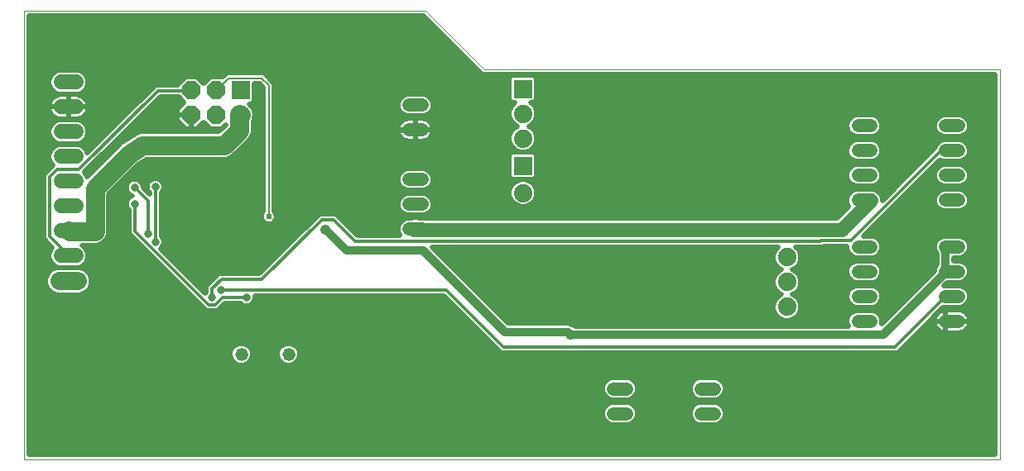
<source format=gbl>
G75*
%MOIN*%
%OFA0B0*%
%FSLAX25Y25*%
%IPPOS*%
%LPD*%
%AMOC8*
5,1,8,0,0,1.08239X$1,22.5*
%
%ADD10C,0.00000*%
%ADD11C,0.06000*%
%ADD12C,0.05200*%
%ADD13R,0.07400X0.07400*%
%ADD14OC8,0.07400*%
%ADD15C,0.07400*%
%ADD16C,0.07400*%
%ADD17C,0.05200*%
%ADD18C,0.01969*%
%ADD19C,0.03169*%
%ADD20C,0.19685*%
%ADD21C,0.01181*%
%ADD22C,0.07600*%
%ADD23C,0.03200*%
%ADD24C,0.04134*%
%ADD25C,0.00600*%
%ADD26C,0.02400*%
%ADD27C,0.05600*%
D10*
X0027244Y0007496D02*
X0027244Y0188598D01*
X0188661Y0188598D01*
X0212283Y0164976D01*
X0420157Y0164976D01*
X0420157Y0007496D01*
X0027244Y0007496D01*
D11*
X0042000Y0089819D02*
X0048000Y0089819D01*
X0048000Y0099819D02*
X0042000Y0099819D01*
X0042000Y0109819D02*
X0048000Y0109819D01*
X0048000Y0119819D02*
X0042000Y0119819D01*
X0042000Y0129819D02*
X0048000Y0129819D01*
X0048000Y0139819D02*
X0042000Y0139819D01*
X0042000Y0149819D02*
X0048000Y0149819D01*
X0048000Y0159819D02*
X0042000Y0159819D01*
D12*
X0182124Y0150606D02*
X0187324Y0150606D01*
X0187324Y0140606D02*
X0182124Y0140606D01*
X0182124Y0120606D02*
X0187324Y0120606D01*
X0187324Y0110606D02*
X0182124Y0110606D01*
X0182124Y0100606D02*
X0187324Y0100606D01*
X0264524Y0036118D02*
X0269724Y0036118D01*
X0269724Y0026118D02*
X0264524Y0026118D01*
X0299724Y0026118D02*
X0304924Y0026118D01*
X0304924Y0036118D02*
X0299724Y0036118D01*
X0362950Y0063362D02*
X0368150Y0063362D01*
X0368150Y0073362D02*
X0362950Y0073362D01*
X0362950Y0083362D02*
X0368150Y0083362D01*
X0368150Y0093362D02*
X0362950Y0093362D01*
X0398150Y0093362D02*
X0403350Y0093362D01*
X0403350Y0083362D02*
X0398150Y0083362D01*
X0398150Y0073362D02*
X0403350Y0073362D01*
X0403350Y0063362D02*
X0398150Y0063362D01*
X0398150Y0112181D02*
X0403350Y0112181D01*
X0403350Y0122181D02*
X0398150Y0122181D01*
X0398150Y0132181D02*
X0403350Y0132181D01*
X0403350Y0142181D02*
X0398150Y0142181D01*
X0368150Y0142181D02*
X0362950Y0142181D01*
X0362950Y0132181D02*
X0368150Y0132181D01*
X0368150Y0122181D02*
X0362950Y0122181D01*
X0362950Y0112181D02*
X0368150Y0112181D01*
D13*
X0228031Y0126106D03*
X0228031Y0157102D03*
X0114409Y0156591D03*
D14*
X0104409Y0156591D03*
X0094409Y0156591D03*
X0094409Y0146591D03*
X0104409Y0146591D03*
X0114409Y0146591D03*
D15*
X0228031Y0147102D03*
X0228031Y0137102D03*
X0228031Y0115106D03*
X0334331Y0089150D03*
X0334331Y0079150D03*
X0334331Y0069150D03*
D16*
X0048661Y0079543D02*
X0041261Y0079543D01*
D17*
X0114594Y0050016D03*
X0133594Y0050016D03*
D18*
X0129365Y0048803D02*
X0118824Y0048803D01*
X0118966Y0049146D02*
X0118301Y0047539D01*
X0117071Y0046310D01*
X0115464Y0045644D01*
X0113725Y0045644D01*
X0112118Y0046310D01*
X0110888Y0047539D01*
X0110223Y0049146D01*
X0110223Y0050885D01*
X0110888Y0052492D01*
X0112118Y0053722D01*
X0113725Y0054387D01*
X0115464Y0054387D01*
X0117071Y0053722D01*
X0118301Y0052492D01*
X0118966Y0050885D01*
X0118966Y0049146D01*
X0118966Y0050770D02*
X0129223Y0050770D01*
X0129223Y0050885D02*
X0129223Y0049146D01*
X0129888Y0047539D01*
X0131118Y0046310D01*
X0132725Y0045644D01*
X0134464Y0045644D01*
X0136071Y0046310D01*
X0137301Y0047539D01*
X0137966Y0049146D01*
X0137966Y0050885D01*
X0137301Y0052492D01*
X0136071Y0053722D01*
X0134464Y0054387D01*
X0132725Y0054387D01*
X0131118Y0053722D01*
X0129888Y0052492D01*
X0129223Y0050885D01*
X0130134Y0052737D02*
X0118055Y0052737D01*
X0111134Y0052737D02*
X0029228Y0052737D01*
X0029228Y0050770D02*
X0110223Y0050770D01*
X0110365Y0048803D02*
X0029228Y0048803D01*
X0029228Y0046836D02*
X0111591Y0046836D01*
X0117598Y0046836D02*
X0130591Y0046836D01*
X0136598Y0046836D02*
X0418173Y0046836D01*
X0418173Y0044869D02*
X0029228Y0044869D01*
X0029228Y0042902D02*
X0418173Y0042902D01*
X0418173Y0040935D02*
X0029228Y0040935D01*
X0029228Y0038968D02*
X0261192Y0038968D01*
X0260818Y0038594D02*
X0260153Y0036988D01*
X0260153Y0035249D01*
X0260818Y0033642D01*
X0262048Y0032412D01*
X0263655Y0031746D01*
X0270594Y0031746D01*
X0272201Y0032412D01*
X0273431Y0033642D01*
X0274096Y0035249D01*
X0274096Y0036988D01*
X0273431Y0038594D01*
X0272201Y0039824D01*
X0270594Y0040490D01*
X0263655Y0040490D01*
X0262048Y0039824D01*
X0260818Y0038594D01*
X0260158Y0037001D02*
X0029228Y0037001D01*
X0029228Y0035034D02*
X0260241Y0035034D01*
X0261393Y0033067D02*
X0029228Y0033067D01*
X0029228Y0031100D02*
X0418173Y0031100D01*
X0418173Y0029133D02*
X0308092Y0029133D01*
X0308631Y0028594D02*
X0307401Y0029824D01*
X0305794Y0030490D01*
X0298855Y0030490D01*
X0297248Y0029824D01*
X0296018Y0028594D01*
X0295353Y0026988D01*
X0295353Y0025249D01*
X0296018Y0023642D01*
X0297248Y0022412D01*
X0298855Y0021746D01*
X0305794Y0021746D01*
X0307401Y0022412D01*
X0308631Y0023642D01*
X0309296Y0025249D01*
X0309296Y0026988D01*
X0308631Y0028594D01*
X0309222Y0027166D02*
X0418173Y0027166D01*
X0418173Y0025199D02*
X0309276Y0025199D01*
X0308221Y0023232D02*
X0418173Y0023232D01*
X0418173Y0021265D02*
X0029228Y0021265D01*
X0029228Y0019298D02*
X0418173Y0019298D01*
X0418173Y0017331D02*
X0029228Y0017331D01*
X0029228Y0015364D02*
X0418173Y0015364D01*
X0418173Y0013397D02*
X0029228Y0013397D01*
X0029228Y0011430D02*
X0418173Y0011430D01*
X0418173Y0009480D02*
X0029228Y0009480D01*
X0029228Y0186614D01*
X0187840Y0186614D01*
X0211462Y0162992D01*
X0213105Y0162992D01*
X0418173Y0162992D01*
X0418173Y0009480D01*
X0418173Y0033067D02*
X0308056Y0033067D01*
X0308631Y0033642D02*
X0307401Y0032412D01*
X0305794Y0031746D01*
X0298855Y0031746D01*
X0297248Y0032412D01*
X0296018Y0033642D01*
X0295353Y0035249D01*
X0295353Y0036988D01*
X0296018Y0038594D01*
X0297248Y0039824D01*
X0298855Y0040490D01*
X0305794Y0040490D01*
X0307401Y0039824D01*
X0308631Y0038594D01*
X0309296Y0036988D01*
X0309296Y0035249D01*
X0308631Y0033642D01*
X0309207Y0035034D02*
X0418173Y0035034D01*
X0418173Y0037001D02*
X0309290Y0037001D01*
X0308257Y0038968D02*
X0418173Y0038968D01*
X0418173Y0048803D02*
X0137824Y0048803D01*
X0137966Y0050770D02*
X0218979Y0050770D01*
X0219045Y0050705D02*
X0378894Y0050705D01*
X0380277Y0052089D01*
X0397209Y0069020D01*
X0397280Y0068991D01*
X0404219Y0068991D01*
X0405826Y0069656D01*
X0407056Y0070886D01*
X0407721Y0072493D01*
X0407721Y0074232D01*
X0407056Y0075839D01*
X0405826Y0077068D01*
X0404219Y0077734D01*
X0397450Y0077734D01*
X0398707Y0078991D01*
X0404219Y0078991D01*
X0405826Y0079656D01*
X0407056Y0080886D01*
X0407721Y0082493D01*
X0407721Y0084232D01*
X0407056Y0085839D01*
X0405826Y0087068D01*
X0404219Y0087734D01*
X0401521Y0087734D01*
X0401521Y0088991D01*
X0404219Y0088991D01*
X0405826Y0089656D01*
X0407056Y0090886D01*
X0407721Y0092493D01*
X0407721Y0094232D01*
X0407056Y0095839D01*
X0405826Y0097068D01*
X0404219Y0097734D01*
X0397280Y0097734D01*
X0395673Y0097068D01*
X0394443Y0095839D01*
X0393778Y0094232D01*
X0393778Y0092493D01*
X0394443Y0090886D01*
X0394778Y0090551D01*
X0394778Y0086173D01*
X0394443Y0085839D01*
X0393778Y0084232D01*
X0393778Y0083598D01*
X0372414Y0062235D01*
X0372521Y0062493D01*
X0372521Y0064232D01*
X0371856Y0065839D01*
X0370626Y0067068D01*
X0369019Y0067734D01*
X0362080Y0067734D01*
X0360473Y0067068D01*
X0359243Y0065839D01*
X0358578Y0064232D01*
X0358578Y0062493D01*
X0359039Y0061380D01*
X0249075Y0061380D01*
X0248029Y0061813D01*
X0247888Y0061954D01*
X0247805Y0061989D01*
X0247738Y0062049D01*
X0247188Y0062244D01*
X0246649Y0062468D01*
X0246559Y0062468D01*
X0246474Y0062498D01*
X0245892Y0062468D01*
X0222141Y0062468D01*
X0191286Y0093323D01*
X0330766Y0093323D01*
X0329692Y0092249D01*
X0328859Y0090238D01*
X0328859Y0088061D01*
X0329692Y0086050D01*
X0331231Y0084511D01*
X0332104Y0084150D01*
X0331231Y0083788D01*
X0329692Y0082249D01*
X0328859Y0080238D01*
X0328859Y0078061D01*
X0329692Y0076050D01*
X0331231Y0074511D01*
X0332104Y0074150D01*
X0331231Y0073788D01*
X0329692Y0072249D01*
X0328859Y0070238D01*
X0328859Y0068061D01*
X0329692Y0066050D01*
X0331231Y0064511D01*
X0333242Y0063678D01*
X0335419Y0063678D01*
X0337430Y0064511D01*
X0338969Y0066050D01*
X0339802Y0068061D01*
X0339802Y0070238D01*
X0338969Y0072249D01*
X0337430Y0073788D01*
X0336558Y0074150D01*
X0337430Y0074511D01*
X0338969Y0076050D01*
X0339802Y0078061D01*
X0339802Y0080238D01*
X0338969Y0082249D01*
X0337430Y0083788D01*
X0336558Y0084150D01*
X0337430Y0084511D01*
X0338969Y0086050D01*
X0339802Y0088061D01*
X0339802Y0090238D01*
X0338969Y0092249D01*
X0337896Y0093323D01*
X0348695Y0093323D01*
X0349006Y0093634D01*
X0358578Y0093634D01*
X0358578Y0092493D01*
X0359243Y0090886D01*
X0360473Y0089656D01*
X0362080Y0088991D01*
X0369019Y0088991D01*
X0370626Y0089656D01*
X0371856Y0090886D01*
X0372521Y0092493D01*
X0372521Y0094232D01*
X0371856Y0095839D01*
X0370626Y0097068D01*
X0369019Y0097734D01*
X0365023Y0097734D01*
X0395737Y0128449D01*
X0397280Y0127809D01*
X0404219Y0127809D01*
X0405826Y0128475D01*
X0407056Y0129705D01*
X0407721Y0131312D01*
X0407721Y0133051D01*
X0407056Y0134657D01*
X0405826Y0135887D01*
X0404219Y0136553D01*
X0397280Y0136553D01*
X0395673Y0135887D01*
X0394443Y0134657D01*
X0393863Y0133255D01*
X0393582Y0132975D01*
X0372721Y0112114D01*
X0372721Y0113090D01*
X0372025Y0114771D01*
X0370739Y0116057D01*
X0369059Y0116753D01*
X0367240Y0116753D01*
X0366757Y0116553D01*
X0362080Y0116553D01*
X0360473Y0115887D01*
X0359243Y0114657D01*
X0358578Y0113051D01*
X0358578Y0111312D01*
X0359233Y0109730D01*
X0354484Y0104981D01*
X0186109Y0104981D01*
X0185634Y0105178D01*
X0183815Y0105178D01*
X0183340Y0104981D01*
X0183028Y0104981D01*
X0183020Y0104978D01*
X0181255Y0104978D01*
X0179648Y0104312D01*
X0178418Y0103083D01*
X0177753Y0101476D01*
X0177753Y0099737D01*
X0178418Y0098130D01*
X0178501Y0098047D01*
X0161293Y0098047D01*
X0154016Y0105325D01*
X0152632Y0106709D01*
X0145951Y0106709D01*
X0121852Y0082610D01*
X0105618Y0082610D01*
X0104234Y0081226D01*
X0100482Y0077475D01*
X0100482Y0075280D01*
X0099999Y0074797D01*
X0099936Y0074645D01*
X0081987Y0092593D01*
X0082889Y0093495D01*
X0083400Y0094729D01*
X0083400Y0096064D01*
X0082889Y0097297D01*
X0082406Y0097780D01*
X0082406Y0115212D01*
X0082889Y0115695D01*
X0083400Y0116929D01*
X0083400Y0118264D01*
X0082889Y0119497D01*
X0081945Y0120441D01*
X0080712Y0120952D01*
X0079377Y0120952D01*
X0078143Y0120441D01*
X0077199Y0119497D01*
X0076688Y0118264D01*
X0076688Y0116929D01*
X0077199Y0115695D01*
X0077682Y0115212D01*
X0077682Y0114599D01*
X0075000Y0117281D01*
X0075000Y0117964D01*
X0074489Y0119197D01*
X0073545Y0120141D01*
X0072312Y0120652D01*
X0070977Y0120652D01*
X0069743Y0120141D01*
X0068799Y0119197D01*
X0068288Y0117964D01*
X0068288Y0116629D01*
X0068799Y0115395D01*
X0069743Y0114451D01*
X0070842Y0113996D01*
X0069743Y0113541D01*
X0068799Y0112597D01*
X0068288Y0111364D01*
X0068288Y0110029D01*
X0068799Y0108795D01*
X0069282Y0108312D01*
X0069282Y0098618D01*
X0070666Y0097234D01*
X0100366Y0067534D01*
X0105023Y0067534D01*
X0106406Y0068918D01*
X0108023Y0070534D01*
X0114260Y0070534D01*
X0114743Y0070051D01*
X0115977Y0069540D01*
X0117312Y0069540D01*
X0118545Y0070051D01*
X0119489Y0070995D01*
X0120000Y0072229D01*
X0120000Y0073534D01*
X0196216Y0073534D01*
X0219045Y0050705D01*
X0217012Y0052737D02*
X0137055Y0052737D01*
X0105962Y0068474D02*
X0201276Y0068474D01*
X0199309Y0070441D02*
X0118935Y0070441D01*
X0120000Y0072408D02*
X0197342Y0072408D01*
X0208267Y0076342D02*
X0329571Y0076342D01*
X0328859Y0078309D02*
X0206300Y0078309D01*
X0204333Y0080276D02*
X0328875Y0080276D01*
X0329689Y0082243D02*
X0202366Y0082243D01*
X0200399Y0084210D02*
X0331959Y0084210D01*
X0329640Y0086177D02*
X0198432Y0086177D01*
X0196465Y0088144D02*
X0328859Y0088144D01*
X0328859Y0090111D02*
X0194498Y0090111D01*
X0192531Y0092078D02*
X0329621Y0092078D01*
X0339040Y0092078D02*
X0358750Y0092078D01*
X0360019Y0090111D02*
X0339802Y0090111D01*
X0339802Y0088144D02*
X0394778Y0088144D01*
X0394778Y0090111D02*
X0371081Y0090111D01*
X0372349Y0092078D02*
X0393950Y0092078D01*
X0393778Y0094045D02*
X0372521Y0094045D01*
X0371683Y0096012D02*
X0394617Y0096012D01*
X0406883Y0096012D02*
X0418173Y0096012D01*
X0418173Y0097979D02*
X0365267Y0097979D01*
X0367234Y0099946D02*
X0418173Y0099946D01*
X0418173Y0101913D02*
X0369201Y0101913D01*
X0371168Y0103880D02*
X0418173Y0103880D01*
X0418173Y0105847D02*
X0373136Y0105847D01*
X0375103Y0107814D02*
X0397269Y0107814D01*
X0397280Y0107809D02*
X0404219Y0107809D01*
X0405826Y0108475D01*
X0407056Y0109705D01*
X0407721Y0111312D01*
X0407721Y0113051D01*
X0407056Y0114657D01*
X0405826Y0115887D01*
X0404219Y0116553D01*
X0397280Y0116553D01*
X0395673Y0115887D01*
X0394443Y0114657D01*
X0393778Y0113051D01*
X0393778Y0111312D01*
X0394443Y0109705D01*
X0395673Y0108475D01*
X0397280Y0107809D01*
X0394412Y0109781D02*
X0377070Y0109781D01*
X0379037Y0111748D02*
X0393778Y0111748D01*
X0394053Y0113715D02*
X0381004Y0113715D01*
X0382971Y0115682D02*
X0395468Y0115682D01*
X0397280Y0117809D02*
X0404219Y0117809D01*
X0405826Y0118475D01*
X0407056Y0119705D01*
X0407721Y0121312D01*
X0407721Y0123051D01*
X0407056Y0124657D01*
X0405826Y0125887D01*
X0404219Y0126553D01*
X0397280Y0126553D01*
X0395673Y0125887D01*
X0394443Y0124657D01*
X0393778Y0123051D01*
X0393778Y0121312D01*
X0394443Y0119705D01*
X0395673Y0118475D01*
X0397280Y0117809D01*
X0394532Y0119616D02*
X0386905Y0119616D01*
X0388872Y0121583D02*
X0393778Y0121583D01*
X0393985Y0123550D02*
X0390839Y0123550D01*
X0392806Y0125517D02*
X0395303Y0125517D01*
X0394773Y0127484D02*
X0418173Y0127484D01*
X0418173Y0129451D02*
X0406802Y0129451D01*
X0407721Y0131418D02*
X0418173Y0131418D01*
X0418173Y0133385D02*
X0407583Y0133385D01*
X0406361Y0135352D02*
X0418173Y0135352D01*
X0418173Y0137319D02*
X0233503Y0137319D01*
X0233503Y0138191D02*
X0233503Y0136014D01*
X0232670Y0134003D01*
X0231131Y0132464D01*
X0229120Y0131631D01*
X0226943Y0131631D01*
X0224932Y0132464D01*
X0223393Y0134003D01*
X0222560Y0136014D01*
X0222560Y0138191D01*
X0223393Y0140202D01*
X0224932Y0141741D01*
X0225804Y0142102D01*
X0224932Y0142464D01*
X0223393Y0144003D01*
X0222560Y0146014D01*
X0222560Y0148191D01*
X0223393Y0150202D01*
X0224822Y0151631D01*
X0223598Y0151631D01*
X0222560Y0152669D01*
X0222560Y0161536D01*
X0223598Y0162574D01*
X0232465Y0162574D01*
X0233503Y0161536D01*
X0233503Y0152669D01*
X0232465Y0151631D01*
X0231241Y0151631D01*
X0232670Y0150202D01*
X0233503Y0148191D01*
X0233503Y0146014D01*
X0232670Y0144003D01*
X0231131Y0142464D01*
X0230259Y0142102D01*
X0231131Y0141741D01*
X0232670Y0140202D01*
X0233503Y0138191D01*
X0233049Y0139286D02*
X0359662Y0139286D01*
X0359243Y0139705D02*
X0360473Y0138475D01*
X0362080Y0137809D01*
X0369019Y0137809D01*
X0370626Y0138475D01*
X0371856Y0139705D01*
X0372521Y0141312D01*
X0372521Y0143051D01*
X0371856Y0144657D01*
X0370626Y0145887D01*
X0369019Y0146553D01*
X0362080Y0146553D01*
X0360473Y0145887D01*
X0359243Y0144657D01*
X0358578Y0143051D01*
X0358578Y0141312D01*
X0359243Y0139705D01*
X0358602Y0141253D02*
X0231619Y0141253D01*
X0231887Y0143220D02*
X0358648Y0143220D01*
X0359773Y0145187D02*
X0233161Y0145187D01*
X0233503Y0147154D02*
X0418173Y0147154D01*
X0418173Y0145187D02*
X0406526Y0145187D01*
X0407056Y0144657D02*
X0405826Y0145887D01*
X0404219Y0146553D01*
X0397280Y0146553D01*
X0395673Y0145887D01*
X0394443Y0144657D01*
X0393778Y0143051D01*
X0393778Y0141312D01*
X0394443Y0139705D01*
X0395673Y0138475D01*
X0397280Y0137809D01*
X0404219Y0137809D01*
X0405826Y0138475D01*
X0407056Y0139705D01*
X0407721Y0141312D01*
X0407721Y0143051D01*
X0407056Y0144657D01*
X0407651Y0143220D02*
X0418173Y0143220D01*
X0418173Y0141253D02*
X0407697Y0141253D01*
X0406637Y0139286D02*
X0418173Y0139286D01*
X0395138Y0135352D02*
X0371161Y0135352D01*
X0370626Y0135887D02*
X0371856Y0134657D01*
X0372521Y0133051D01*
X0372521Y0131312D01*
X0371856Y0129705D01*
X0370626Y0128475D01*
X0369019Y0127809D01*
X0362080Y0127809D01*
X0360473Y0128475D01*
X0359243Y0129705D01*
X0358578Y0131312D01*
X0358578Y0133051D01*
X0359243Y0134657D01*
X0360473Y0135887D01*
X0362080Y0136553D01*
X0369019Y0136553D01*
X0370626Y0135887D01*
X0371437Y0139286D02*
X0394862Y0139286D01*
X0393802Y0141253D02*
X0372497Y0141253D01*
X0372451Y0143220D02*
X0393848Y0143220D01*
X0394973Y0145187D02*
X0371326Y0145187D01*
X0359938Y0135352D02*
X0233229Y0135352D01*
X0232052Y0133385D02*
X0358716Y0133385D01*
X0358578Y0131418D02*
X0232625Y0131418D01*
X0232465Y0131578D02*
X0223598Y0131578D01*
X0222560Y0130540D01*
X0222560Y0121672D01*
X0223598Y0120635D01*
X0232465Y0120635D01*
X0233503Y0121672D01*
X0233503Y0130540D01*
X0232465Y0131578D01*
X0233503Y0129451D02*
X0359497Y0129451D01*
X0360473Y0125887D02*
X0362080Y0126553D01*
X0369019Y0126553D01*
X0370626Y0125887D01*
X0371856Y0124657D01*
X0372521Y0123051D01*
X0372521Y0121312D01*
X0371856Y0119705D01*
X0370626Y0118475D01*
X0369019Y0117809D01*
X0362080Y0117809D01*
X0360473Y0118475D01*
X0359243Y0119705D01*
X0358578Y0121312D01*
X0358578Y0123051D01*
X0359243Y0124657D01*
X0360473Y0125887D01*
X0360103Y0125517D02*
X0233503Y0125517D01*
X0233503Y0127484D02*
X0388091Y0127484D01*
X0386124Y0125517D02*
X0370996Y0125517D01*
X0372314Y0123550D02*
X0384157Y0123550D01*
X0382190Y0121583D02*
X0372521Y0121583D01*
X0371767Y0119616D02*
X0380223Y0119616D01*
X0378256Y0117649D02*
X0232901Y0117649D01*
X0232670Y0118206D02*
X0231131Y0119745D01*
X0229120Y0120578D01*
X0226943Y0120578D01*
X0224932Y0119745D01*
X0223393Y0118206D01*
X0222560Y0116195D01*
X0222560Y0114018D01*
X0223393Y0112007D01*
X0224932Y0110468D01*
X0226943Y0109635D01*
X0229120Y0109635D01*
X0231131Y0110468D01*
X0232670Y0112007D01*
X0233503Y0114018D01*
X0233503Y0116195D01*
X0232670Y0118206D01*
X0231260Y0119616D02*
X0359332Y0119616D01*
X0358578Y0121583D02*
X0233414Y0121583D01*
X0233503Y0123550D02*
X0358785Y0123550D01*
X0371602Y0129451D02*
X0390058Y0129451D01*
X0392025Y0131418D02*
X0372521Y0131418D01*
X0372383Y0133385D02*
X0393916Y0133385D01*
X0406196Y0125517D02*
X0418173Y0125517D01*
X0418173Y0123550D02*
X0407514Y0123550D01*
X0407721Y0121583D02*
X0418173Y0121583D01*
X0418173Y0119616D02*
X0406967Y0119616D01*
X0406031Y0115682D02*
X0418173Y0115682D01*
X0418173Y0117649D02*
X0384938Y0117649D01*
X0376289Y0115682D02*
X0371114Y0115682D01*
X0372463Y0113715D02*
X0374322Y0113715D01*
X0360268Y0115682D02*
X0233503Y0115682D01*
X0233378Y0113715D02*
X0358853Y0113715D01*
X0358578Y0111748D02*
X0232411Y0111748D01*
X0229473Y0109781D02*
X0359212Y0109781D01*
X0357317Y0107814D02*
X0190714Y0107814D01*
X0191031Y0108130D02*
X0189801Y0106900D01*
X0188194Y0106235D01*
X0181255Y0106235D01*
X0179648Y0106900D01*
X0178418Y0108130D01*
X0177753Y0109737D01*
X0177753Y0111476D01*
X0178418Y0113083D01*
X0179648Y0114312D01*
X0181255Y0114978D01*
X0188194Y0114978D01*
X0189801Y0114312D01*
X0191031Y0113083D01*
X0191696Y0111476D01*
X0191696Y0109737D01*
X0191031Y0108130D01*
X0191696Y0109781D02*
X0226590Y0109781D01*
X0223652Y0111748D02*
X0191583Y0111748D01*
X0190398Y0113715D02*
X0222685Y0113715D01*
X0222560Y0115682D02*
X0127716Y0115682D01*
X0127716Y0117649D02*
X0178899Y0117649D01*
X0178418Y0118130D02*
X0179648Y0116900D01*
X0181255Y0116235D01*
X0188194Y0116235D01*
X0189801Y0116900D01*
X0191031Y0118130D01*
X0191696Y0119737D01*
X0191696Y0121476D01*
X0191031Y0123083D01*
X0189801Y0124312D01*
X0188194Y0124978D01*
X0181255Y0124978D01*
X0179648Y0124312D01*
X0178418Y0123083D01*
X0177753Y0121476D01*
X0177753Y0119737D01*
X0178418Y0118130D01*
X0177803Y0119616D02*
X0127716Y0119616D01*
X0127716Y0121583D02*
X0177797Y0121583D01*
X0178886Y0123550D02*
X0127716Y0123550D01*
X0127716Y0125517D02*
X0222560Y0125517D01*
X0222560Y0127484D02*
X0127716Y0127484D01*
X0127716Y0129451D02*
X0222560Y0129451D01*
X0223438Y0131418D02*
X0127716Y0131418D01*
X0127716Y0133385D02*
X0224011Y0133385D01*
X0222834Y0135352D02*
X0127716Y0135352D01*
X0127716Y0137319D02*
X0178929Y0137319D01*
X0179138Y0137110D02*
X0179722Y0136685D01*
X0180365Y0136358D01*
X0181051Y0136135D01*
X0181764Y0136022D01*
X0184724Y0136022D01*
X0184724Y0140606D01*
X0177540Y0140606D01*
X0177540Y0140245D01*
X0177653Y0139533D01*
X0177876Y0138847D01*
X0178204Y0138204D01*
X0178628Y0137620D01*
X0179138Y0137110D01*
X0177733Y0139286D02*
X0127716Y0139286D01*
X0128944Y0140396D02*
X0184444Y0140396D01*
X0184724Y0140606D01*
X0184724Y0140606D01*
X0184724Y0140606D01*
X0177540Y0140606D01*
X0177540Y0140967D01*
X0177653Y0141680D01*
X0177876Y0142366D01*
X0178204Y0143009D01*
X0178628Y0143593D01*
X0179138Y0144103D01*
X0179722Y0144527D01*
X0180365Y0144855D01*
X0181051Y0145078D01*
X0181764Y0145191D01*
X0184724Y0145191D01*
X0184724Y0140606D01*
X0184724Y0136022D01*
X0187685Y0136022D01*
X0188398Y0136135D01*
X0189084Y0136358D01*
X0189727Y0136685D01*
X0190311Y0137110D01*
X0190821Y0137620D01*
X0191245Y0138204D01*
X0191573Y0138847D01*
X0191796Y0139533D01*
X0191909Y0140245D01*
X0191909Y0140606D01*
X0184725Y0140606D01*
X0184725Y0140606D01*
X0191909Y0140606D01*
X0191909Y0140967D01*
X0191796Y0141680D01*
X0191573Y0142366D01*
X0191245Y0143009D01*
X0190821Y0143593D01*
X0190311Y0144103D01*
X0189727Y0144527D01*
X0189084Y0144855D01*
X0188398Y0145078D01*
X0187685Y0145191D01*
X0184724Y0145191D01*
X0184724Y0140606D01*
X0184724Y0140606D01*
X0184724Y0141253D02*
X0184724Y0141253D01*
X0184724Y0139286D02*
X0184724Y0139286D01*
X0184724Y0137319D02*
X0184724Y0137319D01*
X0190520Y0137319D02*
X0222560Y0137319D01*
X0223014Y0139286D02*
X0191716Y0139286D01*
X0191863Y0141253D02*
X0224444Y0141253D01*
X0224176Y0143220D02*
X0191092Y0143220D01*
X0189801Y0146900D02*
X0191031Y0148130D01*
X0191696Y0149737D01*
X0191696Y0151476D01*
X0191031Y0153083D01*
X0189801Y0154312D01*
X0188194Y0154978D01*
X0181255Y0154978D01*
X0179648Y0154312D01*
X0178418Y0153083D01*
X0177753Y0151476D01*
X0177753Y0149737D01*
X0178418Y0148130D01*
X0179648Y0146900D01*
X0181255Y0146235D01*
X0188194Y0146235D01*
X0189801Y0146900D01*
X0190055Y0147154D02*
X0222560Y0147154D01*
X0222902Y0145187D02*
X0187707Y0145187D01*
X0184724Y0145187D02*
X0184724Y0145187D01*
X0181742Y0145187D02*
X0127716Y0145187D01*
X0127716Y0147154D02*
X0179394Y0147154D01*
X0178008Y0149121D02*
X0127716Y0149121D01*
X0127716Y0151088D02*
X0177753Y0151088D01*
X0178407Y0153055D02*
X0127716Y0153055D01*
X0127716Y0155022D02*
X0222560Y0155022D01*
X0222560Y0153055D02*
X0191042Y0153055D01*
X0191696Y0151088D02*
X0224279Y0151088D01*
X0222945Y0149121D02*
X0191441Y0149121D01*
X0184724Y0143220D02*
X0184724Y0143220D01*
X0178357Y0143220D02*
X0127716Y0143220D01*
X0127716Y0141253D02*
X0177585Y0141253D01*
X0190563Y0123550D02*
X0222560Y0123550D01*
X0222649Y0121583D02*
X0191652Y0121583D01*
X0191646Y0119616D02*
X0224803Y0119616D01*
X0223162Y0117649D02*
X0190549Y0117649D01*
X0179051Y0113715D02*
X0127716Y0113715D01*
X0127716Y0111748D02*
X0177865Y0111748D01*
X0177753Y0109781D02*
X0127716Y0109781D01*
X0127716Y0107814D02*
X0178734Y0107814D01*
X0179215Y0103880D02*
X0155461Y0103880D01*
X0153494Y0105847D02*
X0355350Y0105847D01*
X0362080Y0087734D02*
X0360473Y0087068D01*
X0359243Y0085839D01*
X0358578Y0084232D01*
X0358578Y0082493D01*
X0359243Y0080886D01*
X0360473Y0079656D01*
X0362080Y0078991D01*
X0369019Y0078991D01*
X0370626Y0079656D01*
X0371856Y0080886D01*
X0372521Y0082493D01*
X0372521Y0084232D01*
X0371856Y0085839D01*
X0370626Y0087068D01*
X0369019Y0087734D01*
X0362080Y0087734D01*
X0359582Y0086177D02*
X0339022Y0086177D01*
X0336703Y0084210D02*
X0358578Y0084210D01*
X0358681Y0082243D02*
X0338972Y0082243D01*
X0339787Y0080276D02*
X0359854Y0080276D01*
X0360473Y0077068D02*
X0359243Y0075839D01*
X0358578Y0074232D01*
X0358578Y0072493D01*
X0359243Y0070886D01*
X0360473Y0069656D01*
X0362080Y0068991D01*
X0369019Y0068991D01*
X0370626Y0069656D01*
X0371856Y0070886D01*
X0372521Y0072493D01*
X0372521Y0074232D01*
X0371856Y0075839D01*
X0370626Y0077068D01*
X0369019Y0077734D01*
X0362080Y0077734D01*
X0360473Y0077068D01*
X0359747Y0076342D02*
X0339090Y0076342D01*
X0339802Y0078309D02*
X0388488Y0078309D01*
X0386521Y0076342D02*
X0371353Y0076342D01*
X0372462Y0074375D02*
X0384554Y0074375D01*
X0382587Y0072408D02*
X0372486Y0072408D01*
X0371410Y0070441D02*
X0380620Y0070441D01*
X0378653Y0068474D02*
X0339802Y0068474D01*
X0339718Y0070441D02*
X0359689Y0070441D01*
X0358613Y0072408D02*
X0338811Y0072408D01*
X0337101Y0074375D02*
X0358637Y0074375D01*
X0359911Y0066507D02*
X0339158Y0066507D01*
X0337459Y0064540D02*
X0358705Y0064540D01*
X0358578Y0062572D02*
X0222036Y0062572D01*
X0220069Y0064540D02*
X0331203Y0064540D01*
X0329503Y0066507D02*
X0218102Y0066507D01*
X0216135Y0068474D02*
X0328859Y0068474D01*
X0328943Y0070441D02*
X0214168Y0070441D01*
X0212201Y0072408D02*
X0329851Y0072408D01*
X0331561Y0074375D02*
X0210234Y0074375D01*
X0203243Y0066507D02*
X0029228Y0066507D01*
X0029228Y0068474D02*
X0099426Y0068474D01*
X0097459Y0070441D02*
X0029228Y0070441D01*
X0029228Y0072408D02*
X0095492Y0072408D01*
X0093525Y0074375D02*
X0050480Y0074375D01*
X0049749Y0074072D02*
X0051760Y0074905D01*
X0053299Y0076444D01*
X0054132Y0078455D01*
X0054132Y0080632D01*
X0053299Y0082643D01*
X0051760Y0084182D01*
X0049749Y0085015D01*
X0040172Y0085015D01*
X0038161Y0084182D01*
X0036622Y0082643D01*
X0035789Y0080632D01*
X0035789Y0078455D01*
X0036622Y0076444D01*
X0038161Y0074905D01*
X0040172Y0074072D01*
X0049749Y0074072D01*
X0053197Y0076342D02*
X0091558Y0076342D01*
X0089591Y0078309D02*
X0054072Y0078309D01*
X0054132Y0080276D02*
X0087624Y0080276D01*
X0085657Y0082243D02*
X0053465Y0082243D01*
X0051693Y0084210D02*
X0083690Y0084210D01*
X0081723Y0086177D02*
X0051106Y0086177D01*
X0050703Y0085774D02*
X0052045Y0087116D01*
X0052772Y0088870D01*
X0052772Y0090768D01*
X0052045Y0092522D01*
X0050703Y0093864D01*
X0050253Y0094050D01*
X0056699Y0094050D01*
X0058747Y0094899D01*
X0060314Y0096466D01*
X0061162Y0098514D01*
X0061162Y0114637D01*
X0073245Y0126720D01*
X0076443Y0128696D01*
X0108817Y0128696D01*
X0110865Y0129544D01*
X0117014Y0135694D01*
X0118582Y0137261D01*
X0119430Y0139309D01*
X0119430Y0143873D01*
X0119881Y0144324D01*
X0119881Y0145075D01*
X0119889Y0145090D01*
X0120046Y0147301D01*
X0119881Y0147795D01*
X0119881Y0148857D01*
X0119350Y0149388D01*
X0119345Y0149404D01*
X0117892Y0151078D01*
X0117811Y0151119D01*
X0118843Y0151119D01*
X0119881Y0152157D01*
X0119881Y0159324D01*
X0121962Y0159324D01*
X0123572Y0157714D01*
X0123572Y0107615D01*
X0123125Y0107168D01*
X0122672Y0106075D01*
X0122672Y0104893D01*
X0123125Y0103801D01*
X0123961Y0102965D01*
X0125053Y0102513D01*
X0126235Y0102513D01*
X0127327Y0102965D01*
X0128163Y0103801D01*
X0128616Y0104893D01*
X0128616Y0106075D01*
X0128163Y0107168D01*
X0127716Y0107615D01*
X0127716Y0159430D01*
X0126502Y0160644D01*
X0123678Y0163468D01*
X0108586Y0163468D01*
X0106928Y0161810D01*
X0106676Y0162062D01*
X0102143Y0162062D01*
X0099409Y0159329D01*
X0096676Y0162062D01*
X0092143Y0162062D01*
X0088938Y0158857D01*
X0088938Y0158658D01*
X0079966Y0158658D01*
X0052568Y0131260D01*
X0052045Y0132522D01*
X0050703Y0133864D01*
X0048949Y0134591D01*
X0041051Y0134591D01*
X0039297Y0133864D01*
X0037955Y0132522D01*
X0037228Y0130768D01*
X0037228Y0128870D01*
X0037955Y0127116D01*
X0038839Y0126232D01*
X0038082Y0125475D01*
X0038082Y0125475D01*
X0036466Y0123858D01*
X0036466Y0123858D01*
X0035082Y0122475D01*
X0035082Y0096518D01*
X0038516Y0093083D01*
X0037955Y0092522D01*
X0037228Y0090768D01*
X0037228Y0088870D01*
X0037955Y0087116D01*
X0039297Y0085774D01*
X0041051Y0085047D01*
X0048949Y0085047D01*
X0050703Y0085774D01*
X0052471Y0088144D02*
X0079756Y0088144D01*
X0077789Y0090111D02*
X0052772Y0090111D01*
X0052229Y0092078D02*
X0075822Y0092078D01*
X0073855Y0094045D02*
X0050267Y0094045D01*
X0059860Y0096012D02*
X0071888Y0096012D01*
X0069921Y0097979D02*
X0060941Y0097979D01*
X0061162Y0099946D02*
X0069282Y0099946D01*
X0069282Y0101913D02*
X0061162Y0101913D01*
X0061162Y0103880D02*
X0069282Y0103880D01*
X0069282Y0105847D02*
X0061162Y0105847D01*
X0061162Y0107814D02*
X0069282Y0107814D01*
X0068391Y0109781D02*
X0061162Y0109781D01*
X0061162Y0111748D02*
X0068447Y0111748D01*
X0070163Y0113715D02*
X0061162Y0113715D01*
X0062207Y0115682D02*
X0068680Y0115682D01*
X0068288Y0117649D02*
X0064174Y0117649D01*
X0066141Y0119616D02*
X0069218Y0119616D01*
X0068108Y0121583D02*
X0123572Y0121583D01*
X0123572Y0123550D02*
X0070075Y0123550D01*
X0072042Y0125517D02*
X0123572Y0125517D01*
X0123572Y0127484D02*
X0074482Y0127484D01*
X0064151Y0133385D02*
X0061374Y0133385D01*
X0062184Y0131418D02*
X0059407Y0131418D01*
X0060217Y0129451D02*
X0057440Y0129451D01*
X0058250Y0127484D02*
X0055473Y0127484D01*
X0056283Y0125517D02*
X0053506Y0125517D01*
X0054316Y0123550D02*
X0051539Y0123550D01*
X0051506Y0123518D02*
X0081923Y0153934D01*
X0089328Y0153934D01*
X0091521Y0151741D01*
X0088725Y0148945D01*
X0088725Y0146606D01*
X0094394Y0146606D01*
X0094394Y0146575D01*
X0094425Y0146575D01*
X0094425Y0140906D01*
X0096764Y0140906D01*
X0099560Y0143702D01*
X0102143Y0141119D01*
X0106676Y0141119D01*
X0108287Y0142730D01*
X0108287Y0142725D01*
X0105401Y0139839D01*
X0075509Y0139839D01*
X0075061Y0139945D01*
X0074411Y0139839D01*
X0073752Y0139839D01*
X0073327Y0139663D01*
X0072874Y0139590D01*
X0072313Y0139243D01*
X0071704Y0138991D01*
X0071379Y0138666D01*
X0067217Y0136094D01*
X0066608Y0135842D01*
X0066283Y0135517D01*
X0065892Y0135275D01*
X0065506Y0134740D01*
X0052434Y0121668D01*
X0052409Y0121643D01*
X0052045Y0122522D01*
X0051278Y0123289D01*
X0051506Y0123518D01*
X0038124Y0125517D02*
X0029228Y0125517D01*
X0029228Y0127484D02*
X0037802Y0127484D01*
X0037228Y0129451D02*
X0029228Y0129451D01*
X0029228Y0131418D02*
X0037498Y0131418D01*
X0038818Y0133385D02*
X0029228Y0133385D01*
X0029228Y0135352D02*
X0040315Y0135352D01*
X0041051Y0135047D02*
X0039297Y0135774D01*
X0037955Y0137116D01*
X0037228Y0138870D01*
X0037228Y0140768D01*
X0037955Y0142522D01*
X0039297Y0143864D01*
X0041051Y0144591D01*
X0048949Y0144591D01*
X0050703Y0143864D01*
X0052045Y0142522D01*
X0052772Y0140768D01*
X0052772Y0138870D01*
X0052045Y0137116D01*
X0050703Y0135774D01*
X0048949Y0135047D01*
X0041051Y0135047D01*
X0037871Y0137319D02*
X0029228Y0137319D01*
X0029228Y0139286D02*
X0037228Y0139286D01*
X0037429Y0141253D02*
X0029228Y0141253D01*
X0029228Y0143220D02*
X0038653Y0143220D01*
X0040087Y0145200D02*
X0040833Y0144957D01*
X0041608Y0144835D01*
X0044984Y0144835D01*
X0044984Y0149803D01*
X0037016Y0149803D01*
X0037016Y0149427D01*
X0037138Y0148652D01*
X0037381Y0147906D01*
X0037737Y0147207D01*
X0038198Y0146572D01*
X0038753Y0146017D01*
X0039388Y0145556D01*
X0040087Y0145200D01*
X0040126Y0145187D02*
X0029228Y0145187D01*
X0029228Y0147154D02*
X0037775Y0147154D01*
X0037064Y0149121D02*
X0029228Y0149121D01*
X0029228Y0151088D02*
X0037172Y0151088D01*
X0037138Y0150986D02*
X0037016Y0150211D01*
X0037016Y0149835D01*
X0044984Y0149835D01*
X0044984Y0154803D01*
X0041608Y0154803D01*
X0040833Y0154680D01*
X0040087Y0154438D01*
X0039388Y0154082D01*
X0038753Y0153621D01*
X0038198Y0153066D01*
X0037737Y0152431D01*
X0037381Y0151732D01*
X0037138Y0150986D01*
X0038190Y0153055D02*
X0029228Y0153055D01*
X0029228Y0155022D02*
X0076330Y0155022D01*
X0078297Y0156989D02*
X0051918Y0156989D01*
X0052045Y0157116D02*
X0052772Y0158870D01*
X0052772Y0160768D01*
X0052045Y0162522D01*
X0050703Y0163864D01*
X0048949Y0164591D01*
X0041051Y0164591D01*
X0039297Y0163864D01*
X0037955Y0162522D01*
X0037228Y0160768D01*
X0037228Y0158870D01*
X0037955Y0157116D01*
X0039297Y0155774D01*
X0041051Y0155047D01*
X0048949Y0155047D01*
X0050703Y0155774D01*
X0052045Y0157116D01*
X0052772Y0158956D02*
X0089037Y0158956D01*
X0091004Y0160923D02*
X0052707Y0160923D01*
X0051677Y0162890D02*
X0108009Y0162890D01*
X0101004Y0160923D02*
X0097815Y0160923D01*
X0090207Y0153055D02*
X0081044Y0153055D01*
X0079077Y0151088D02*
X0090868Y0151088D01*
X0088901Y0149121D02*
X0077110Y0149121D01*
X0075143Y0147154D02*
X0088725Y0147154D01*
X0088725Y0146575D02*
X0088725Y0144236D01*
X0092055Y0140906D01*
X0094394Y0140906D01*
X0094394Y0146575D01*
X0088725Y0146575D01*
X0088725Y0145187D02*
X0073176Y0145187D01*
X0068462Y0147154D02*
X0052225Y0147154D01*
X0052263Y0147207D02*
X0052619Y0147906D01*
X0052862Y0148652D01*
X0052984Y0149427D01*
X0052984Y0149803D01*
X0045016Y0149803D01*
X0045016Y0149835D01*
X0044984Y0149835D01*
X0044984Y0149803D01*
X0045016Y0149803D01*
X0045016Y0144835D01*
X0048392Y0144835D01*
X0049167Y0144957D01*
X0049913Y0145200D01*
X0050612Y0145556D01*
X0051247Y0146017D01*
X0051802Y0146572D01*
X0052263Y0147207D01*
X0052936Y0149121D02*
X0070429Y0149121D01*
X0072396Y0151088D02*
X0052828Y0151088D01*
X0052862Y0150986D02*
X0052619Y0151732D01*
X0052263Y0152431D01*
X0051802Y0153066D01*
X0051247Y0153621D01*
X0050612Y0154082D01*
X0049913Y0154438D01*
X0049167Y0154680D01*
X0048392Y0154803D01*
X0045016Y0154803D01*
X0045016Y0149835D01*
X0052984Y0149835D01*
X0052984Y0150211D01*
X0052862Y0150986D01*
X0051810Y0153055D02*
X0074363Y0153055D01*
X0066495Y0145187D02*
X0049874Y0145187D01*
X0045016Y0145187D02*
X0044984Y0145187D01*
X0044984Y0147154D02*
X0045016Y0147154D01*
X0044984Y0149121D02*
X0045016Y0149121D01*
X0044984Y0151088D02*
X0045016Y0151088D01*
X0044984Y0153055D02*
X0045016Y0153055D01*
X0038082Y0156989D02*
X0029228Y0156989D01*
X0029228Y0158956D02*
X0037228Y0158956D01*
X0037293Y0160923D02*
X0029228Y0160923D01*
X0029228Y0162890D02*
X0038323Y0162890D01*
X0029228Y0164857D02*
X0209596Y0164857D01*
X0207629Y0166824D02*
X0029228Y0166824D01*
X0029228Y0168791D02*
X0205662Y0168791D01*
X0203695Y0170758D02*
X0029228Y0170758D01*
X0029228Y0172725D02*
X0201728Y0172725D01*
X0199761Y0174692D02*
X0029228Y0174692D01*
X0029228Y0176659D02*
X0197794Y0176659D01*
X0195827Y0178626D02*
X0029228Y0178626D01*
X0029228Y0180593D02*
X0193860Y0180593D01*
X0191893Y0182560D02*
X0029228Y0182560D01*
X0029228Y0184527D02*
X0189926Y0184527D01*
X0187959Y0186494D02*
X0029228Y0186494D01*
X0094394Y0145187D02*
X0094425Y0145187D01*
X0094394Y0143220D02*
X0094425Y0143220D01*
X0094394Y0141253D02*
X0094425Y0141253D01*
X0097111Y0141253D02*
X0102009Y0141253D01*
X0100042Y0143220D02*
X0099078Y0143220D01*
X0091708Y0141253D02*
X0069242Y0141253D01*
X0071209Y0143220D02*
X0089741Y0143220D01*
X0106810Y0141253D02*
X0106814Y0141253D01*
X0116672Y0135352D02*
X0123572Y0135352D01*
X0123572Y0133385D02*
X0114705Y0133385D01*
X0112738Y0131418D02*
X0123572Y0131418D01*
X0123572Y0129451D02*
X0110639Y0129451D01*
X0118606Y0137319D02*
X0123572Y0137319D01*
X0123572Y0139286D02*
X0119420Y0139286D01*
X0119430Y0141253D02*
X0123572Y0141253D01*
X0123572Y0143220D02*
X0119430Y0143220D01*
X0119895Y0145187D02*
X0123572Y0145187D01*
X0123572Y0147154D02*
X0120035Y0147154D01*
X0119617Y0149121D02*
X0123572Y0149121D01*
X0123572Y0151088D02*
X0117873Y0151088D01*
X0119881Y0153055D02*
X0123572Y0153055D01*
X0123572Y0155022D02*
X0119881Y0155022D01*
X0119881Y0156989D02*
X0123572Y0156989D01*
X0122330Y0158956D02*
X0119881Y0158956D01*
X0124256Y0162890D02*
X0418173Y0162890D01*
X0418173Y0160923D02*
X0233503Y0160923D01*
X0233503Y0158956D02*
X0418173Y0158956D01*
X0418173Y0156989D02*
X0233503Y0156989D01*
X0233503Y0155022D02*
X0418173Y0155022D01*
X0418173Y0153055D02*
X0233503Y0153055D01*
X0231784Y0151088D02*
X0418173Y0151088D01*
X0418173Y0149121D02*
X0233118Y0149121D01*
X0222560Y0156989D02*
X0127716Y0156989D01*
X0127716Y0158956D02*
X0222560Y0158956D01*
X0222560Y0160923D02*
X0126223Y0160923D01*
X0072382Y0139286D02*
X0067275Y0139286D01*
X0069199Y0137319D02*
X0065308Y0137319D01*
X0066017Y0135352D02*
X0063341Y0135352D01*
X0058626Y0137319D02*
X0052129Y0137319D01*
X0052772Y0139286D02*
X0060593Y0139286D01*
X0062560Y0141253D02*
X0052571Y0141253D01*
X0051347Y0143220D02*
X0064527Y0143220D01*
X0056659Y0135352D02*
X0049685Y0135352D01*
X0051182Y0133385D02*
X0054692Y0133385D01*
X0052725Y0131418D02*
X0052502Y0131418D01*
X0036157Y0123550D02*
X0029228Y0123550D01*
X0029228Y0121583D02*
X0035082Y0121583D01*
X0035082Y0119616D02*
X0029228Y0119616D01*
X0029228Y0117649D02*
X0035082Y0117649D01*
X0035082Y0115682D02*
X0029228Y0115682D01*
X0029228Y0113715D02*
X0035082Y0113715D01*
X0035082Y0111748D02*
X0029228Y0111748D01*
X0029228Y0109781D02*
X0035082Y0109781D01*
X0035082Y0107814D02*
X0029228Y0107814D01*
X0029228Y0105847D02*
X0035082Y0105847D01*
X0035082Y0103880D02*
X0029228Y0103880D01*
X0029228Y0101913D02*
X0035082Y0101913D01*
X0035082Y0099946D02*
X0029228Y0099946D01*
X0029228Y0097979D02*
X0035082Y0097979D01*
X0035588Y0096012D02*
X0029228Y0096012D01*
X0029228Y0094045D02*
X0037555Y0094045D01*
X0037771Y0092078D02*
X0029228Y0092078D01*
X0029228Y0090111D02*
X0037228Y0090111D01*
X0037529Y0088144D02*
X0029228Y0088144D01*
X0029228Y0086177D02*
X0038894Y0086177D01*
X0038228Y0084210D02*
X0029228Y0084210D01*
X0029228Y0082243D02*
X0036456Y0082243D01*
X0035789Y0080276D02*
X0029228Y0080276D01*
X0029228Y0078309D02*
X0035850Y0078309D01*
X0036724Y0076342D02*
X0029228Y0076342D01*
X0029228Y0074375D02*
X0039441Y0074375D01*
X0029228Y0064540D02*
X0205210Y0064540D01*
X0207177Y0062572D02*
X0029228Y0062572D01*
X0029228Y0060605D02*
X0209144Y0060605D01*
X0211111Y0058638D02*
X0029228Y0058638D01*
X0029228Y0056671D02*
X0213078Y0056671D01*
X0215045Y0054704D02*
X0029228Y0054704D01*
X0029228Y0029133D02*
X0261357Y0029133D01*
X0260818Y0028594D02*
X0262048Y0029824D01*
X0263655Y0030490D01*
X0270594Y0030490D01*
X0272201Y0029824D01*
X0273431Y0028594D01*
X0274096Y0026988D01*
X0274096Y0025249D01*
X0273431Y0023642D01*
X0272201Y0022412D01*
X0270594Y0021746D01*
X0263655Y0021746D01*
X0262048Y0022412D01*
X0260818Y0023642D01*
X0260153Y0025249D01*
X0260153Y0026988D01*
X0260818Y0028594D01*
X0260227Y0027166D02*
X0029228Y0027166D01*
X0029228Y0025199D02*
X0260173Y0025199D01*
X0261228Y0023232D02*
X0029228Y0023232D01*
X0106406Y0068918D02*
X0106406Y0068918D01*
X0107929Y0070441D02*
X0114354Y0070441D01*
X0100482Y0076342D02*
X0098239Y0076342D01*
X0096272Y0078309D02*
X0101316Y0078309D01*
X0103283Y0080276D02*
X0094305Y0080276D01*
X0092338Y0082243D02*
X0105250Y0082243D01*
X0104234Y0081226D02*
X0104234Y0081226D01*
X0090371Y0084210D02*
X0123452Y0084210D01*
X0125419Y0086177D02*
X0088404Y0086177D01*
X0086437Y0088144D02*
X0127386Y0088144D01*
X0129353Y0090111D02*
X0084470Y0090111D01*
X0082503Y0092078D02*
X0131320Y0092078D01*
X0133287Y0094045D02*
X0083117Y0094045D01*
X0083400Y0096012D02*
X0135254Y0096012D01*
X0137221Y0097979D02*
X0082406Y0097979D01*
X0082406Y0099946D02*
X0139188Y0099946D01*
X0141155Y0101913D02*
X0082406Y0101913D01*
X0082406Y0103880D02*
X0123092Y0103880D01*
X0122672Y0105847D02*
X0082406Y0105847D01*
X0082406Y0107814D02*
X0123572Y0107814D01*
X0123572Y0109781D02*
X0082406Y0109781D01*
X0082406Y0111748D02*
X0123572Y0111748D01*
X0123572Y0113715D02*
X0082406Y0113715D01*
X0082876Y0115682D02*
X0123572Y0115682D01*
X0123572Y0117649D02*
X0083400Y0117649D01*
X0082770Y0119616D02*
X0123572Y0119616D01*
X0128616Y0105847D02*
X0145089Y0105847D01*
X0143122Y0103880D02*
X0128196Y0103880D01*
X0157428Y0101913D02*
X0177934Y0101913D01*
X0177753Y0099946D02*
X0159395Y0099946D01*
X0077212Y0115682D02*
X0076599Y0115682D01*
X0076688Y0117649D02*
X0075000Y0117649D01*
X0074070Y0119616D02*
X0077318Y0119616D01*
X0273057Y0038968D02*
X0296392Y0038968D01*
X0295358Y0037001D02*
X0274090Y0037001D01*
X0274007Y0035034D02*
X0295441Y0035034D01*
X0296593Y0033067D02*
X0272856Y0033067D01*
X0272892Y0029133D02*
X0296557Y0029133D01*
X0295427Y0027166D02*
X0274022Y0027166D01*
X0274076Y0025199D02*
X0295373Y0025199D01*
X0296428Y0023232D02*
X0273021Y0023232D01*
X0372521Y0062572D02*
X0372752Y0062572D01*
X0372394Y0064540D02*
X0374719Y0064540D01*
X0376686Y0066507D02*
X0371188Y0066507D01*
X0386827Y0058638D02*
X0418173Y0058638D01*
X0418173Y0056671D02*
X0384860Y0056671D01*
X0382893Y0054704D02*
X0418173Y0054704D01*
X0418173Y0052737D02*
X0380926Y0052737D01*
X0378959Y0050770D02*
X0418173Y0050770D01*
X0405752Y0059441D02*
X0405109Y0059114D01*
X0404423Y0058891D01*
X0403710Y0058778D01*
X0398150Y0058778D01*
X0398150Y0063362D01*
X0398150Y0063362D01*
X0407934Y0063362D01*
X0407934Y0063001D01*
X0407821Y0062289D01*
X0407598Y0061602D01*
X0407270Y0060960D01*
X0406846Y0060376D01*
X0406336Y0059866D01*
X0405752Y0059441D01*
X0407013Y0060605D02*
X0418173Y0060605D01*
X0418173Y0062572D02*
X0407866Y0062572D01*
X0407934Y0063362D02*
X0407934Y0063723D01*
X0407821Y0064436D01*
X0407598Y0065122D01*
X0407270Y0065765D01*
X0406846Y0066349D01*
X0406336Y0066859D01*
X0405752Y0067283D01*
X0405109Y0067611D01*
X0404423Y0067834D01*
X0403710Y0067946D01*
X0398150Y0067946D01*
X0398150Y0063362D01*
X0398150Y0063362D01*
X0407934Y0063362D01*
X0407787Y0064540D02*
X0418173Y0064540D01*
X0418173Y0066507D02*
X0406688Y0066507D01*
X0406610Y0070441D02*
X0418173Y0070441D01*
X0418173Y0072408D02*
X0407686Y0072408D01*
X0407662Y0074375D02*
X0418173Y0074375D01*
X0418173Y0076342D02*
X0406553Y0076342D01*
X0398025Y0078309D02*
X0418173Y0078309D01*
X0418173Y0080276D02*
X0406445Y0080276D01*
X0407618Y0082243D02*
X0418173Y0082243D01*
X0418173Y0084210D02*
X0407721Y0084210D01*
X0406718Y0086177D02*
X0418173Y0086177D01*
X0418173Y0088144D02*
X0401521Y0088144D01*
X0406281Y0090111D02*
X0418173Y0090111D01*
X0418173Y0092078D02*
X0407549Y0092078D01*
X0407721Y0094045D02*
X0418173Y0094045D01*
X0398150Y0083362D02*
X0398044Y0083096D01*
X0393778Y0084210D02*
X0372521Y0084210D01*
X0372418Y0082243D02*
X0392422Y0082243D01*
X0390455Y0080276D02*
X0371245Y0080276D01*
X0371518Y0086177D02*
X0394778Y0086177D01*
X0396662Y0068474D02*
X0418173Y0068474D01*
X0398150Y0067946D02*
X0398150Y0063362D01*
X0398150Y0058778D01*
X0397789Y0058778D01*
X0397076Y0058891D01*
X0396390Y0059114D01*
X0395747Y0059441D01*
X0395163Y0059866D01*
X0394653Y0060376D01*
X0394229Y0060960D01*
X0393901Y0061602D01*
X0393678Y0062289D01*
X0393565Y0063001D01*
X0393565Y0063362D01*
X0398149Y0063362D01*
X0398149Y0063362D01*
X0393565Y0063362D01*
X0393565Y0063723D01*
X0393678Y0064436D01*
X0393901Y0065122D01*
X0394229Y0065765D01*
X0394653Y0066349D01*
X0395163Y0066859D01*
X0395747Y0067283D01*
X0396390Y0067611D01*
X0397076Y0067834D01*
X0397789Y0067946D01*
X0398150Y0067946D01*
X0398150Y0066507D02*
X0398150Y0066507D01*
X0398150Y0064540D02*
X0398150Y0064540D01*
X0398150Y0063362D02*
X0398150Y0063362D01*
X0398150Y0062572D02*
X0398150Y0062572D01*
X0398150Y0060605D02*
X0398150Y0060605D01*
X0394486Y0060605D02*
X0388794Y0060605D01*
X0390761Y0062572D02*
X0393633Y0062572D01*
X0393712Y0064540D02*
X0392728Y0064540D01*
X0394695Y0066507D02*
X0394811Y0066507D01*
X0404230Y0107814D02*
X0418173Y0107814D01*
X0418173Y0109781D02*
X0407087Y0109781D01*
X0407721Y0111748D02*
X0418173Y0111748D01*
X0418173Y0113715D02*
X0407446Y0113715D01*
D19*
X0128944Y0140396D03*
X0080044Y0117596D03*
X0071644Y0117296D03*
X0071644Y0110696D03*
X0077044Y0098696D03*
X0080044Y0095396D03*
X0106444Y0075896D03*
X0102844Y0072896D03*
X0116644Y0072896D03*
D20*
X0042992Y0031906D03*
X0405197Y0031906D03*
D21*
X0377915Y0053067D02*
X0220024Y0053067D01*
X0197194Y0075896D01*
X0106444Y0075896D01*
X0107044Y0072896D02*
X0104044Y0069896D01*
X0101344Y0069896D01*
X0071644Y0099596D01*
X0071644Y0110696D01*
X0077044Y0111896D02*
X0071644Y0117296D01*
X0080044Y0117596D02*
X0080044Y0095396D01*
X0077044Y0098696D02*
X0077044Y0111896D01*
X0049144Y0124496D02*
X0040444Y0124496D01*
X0037444Y0121496D01*
X0037444Y0097496D01*
X0044944Y0089996D01*
X0045000Y0089819D01*
X0102844Y0076496D02*
X0102844Y0072896D01*
X0107044Y0072896D02*
X0116644Y0072896D01*
X0106596Y0080248D02*
X0102844Y0076496D01*
X0106596Y0080248D02*
X0122831Y0080248D01*
X0146929Y0104346D01*
X0151654Y0104346D01*
X0160315Y0095685D01*
X0347717Y0095685D01*
X0348028Y0095996D01*
X0359944Y0095996D01*
X0395944Y0131996D01*
X0398044Y0131996D01*
X0398150Y0132181D01*
X0398150Y0073362D02*
X0398044Y0073196D01*
X0377915Y0053067D01*
X0094409Y0156591D02*
X0094144Y0156296D01*
X0080944Y0156296D01*
X0049144Y0124496D01*
D22*
X0055591Y0116945D02*
X0055591Y0099622D01*
X0045354Y0099622D01*
X0045000Y0099819D01*
X0055591Y0116945D02*
X0069764Y0131118D01*
X0074860Y0134268D01*
X0107708Y0134268D01*
X0113858Y0140418D01*
X0113858Y0146866D01*
X0114409Y0146591D01*
D23*
X0148504Y0100409D02*
X0156968Y0091946D01*
X0187894Y0091946D01*
X0220744Y0059096D01*
X0245978Y0059096D01*
X0247184Y0058009D01*
X0372957Y0058009D01*
X0398044Y0083096D01*
X0398150Y0083362D02*
X0398150Y0093362D01*
D24*
X0247184Y0058009D03*
X0148504Y0100409D03*
D25*
X0125644Y0105484D02*
X0125644Y0158572D01*
X0122820Y0161396D01*
X0109444Y0161396D01*
X0104644Y0156596D01*
X0104409Y0156591D01*
D26*
X0125644Y0105484D03*
D27*
X0183937Y0100409D02*
X0184724Y0100409D01*
X0184724Y0100606D01*
X0184724Y0100409D02*
X0356378Y0100409D01*
X0368150Y0112181D01*
M02*

</source>
